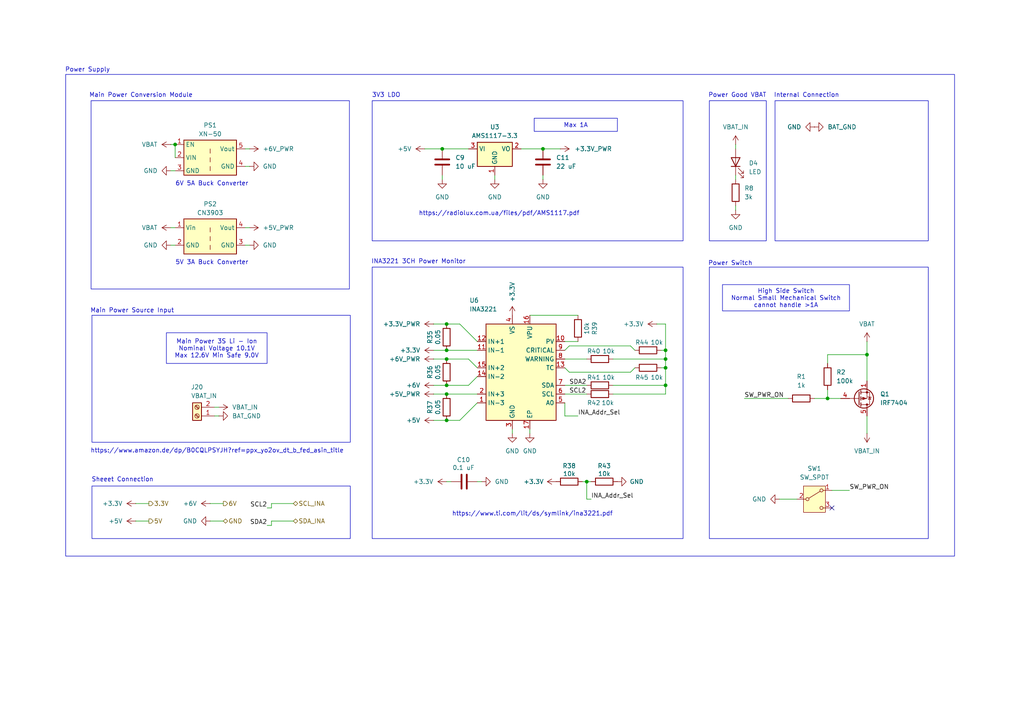
<source format=kicad_sch>
(kicad_sch (version 20250114) (generator "eeschema") (generator_version "9.0")
  (paper "A4")
  (lib_symbols
    (symbol "Connector:Screw_Terminal_01x02" (pin_names (offset 1.016) (hide yes))
      (property "Reference" "J" (at 0 2.54 0))
      (property "Value" "Screw_Terminal_01x02" (at 0 -5.08 0))
      (symbol "Screw_Terminal_01x02_1_1"
        (rectangle (start -1.27 1.27) (end 1.27 -3.81) (stroke (width 0.254)) (fill (type background)))
        (polyline (pts (xy -0.5334 0.3302) (xy 0.3302 -0.508)) (stroke (width 0.1524)))
        (polyline (pts (xy -0.5334 -2.2098) (xy 0.3302 -3.048)) (stroke (width 0.1524)))
        (polyline (pts (xy -0.3556 0.508) (xy 0.508 -0.3302)) (stroke (width 0.1524)))
        (polyline (pts (xy -0.3556 -2.032) (xy 0.508 -2.8702)) (stroke (width 0.1524)))
        (circle (center 0 0) (radius 0.635) (stroke (width 0.1524)))
        (circle (center 0 -2.54) (radius 0.635) (stroke (width 0.1524)))
        (pin passive line (at -5.08 0 0) (length 3.81) (name "Pin_1") (number "1"))
        (pin passive line (at -5.08 -2.54 0) (length 3.81) (name "Pin_2") (number "2"))
      )
    )
    (symbol "Custom_Modules:DCDC_Buck_Module"
      (property "Reference" "PS" (at 1.016 1.016 0))
      (symbol "DCDC_Buck_Module_0_1"
        (rectangle (start 0 0) (end 15.24 -10.16) (stroke (width 0.254)) (fill (type background)))
        (polyline (pts (xy 7.62 -2.54) (xy 7.62 -3.81)))
        (polyline (pts (xy 7.62 -5.08) (xy 7.62 -6.35)))
        (polyline (pts (xy 7.62 -7.62) (xy 7.62 -8.89)))
      )
      (symbol "DCDC_Buck_Module_1_0"
        (pin power_in line (at -2.54 -2.54 0) (length 2.54) (name "Vin") (number "1"))
        (pin power_in line (at -2.54 -7.62 0) (length 2.54) (name "GND") (number "2"))
        (pin power_out line (at 17.78 -2.54 180) (length 2.54) (name "Vout") (number "4"))
        (pin power_out line (at 17.78 -7.62 180) (length 2.54) (name "GND") (number "3"))
      )
    )
    (symbol "Custom_Modules:DCDC_Buck_Module_EN"
      (property "Reference" "PS" (at 1.016 1.016 0))
      (symbol "DCDC_Buck_Module_EN_0_1"
        (rectangle (start 0 0) (end 15.24 -10.16) (stroke (width 0.254)) (fill (type background)))
        (polyline (pts (xy 7.62 -2.54) (xy 7.62 -3.81)))
        (polyline (pts (xy 7.62 -5.08) (xy 7.62 -6.35)))
        (polyline (pts (xy 7.62 -7.62) (xy 7.62 -8.89)))
      )
      (symbol "DCDC_Buck_Module_EN_1_0"
        (pin power_in line (at -2.54 -1.27 0) (length 2.54) (name "EN") (number "1"))
        (pin power_in line (at -2.54 -5.08 0) (length 2.54) (name "VIN") (number "2"))
        (pin power_in line (at -2.54 -8.89 0) (length 2.54) (name "GND") (number "3"))
        (pin power_out line (at 17.78 -2.54 180) (length 2.54) (name "Vout") (number "5"))
        (pin power_out line (at 17.78 -7.62 180) (length 2.54) (name "GND") (number "4"))
      )
    )
    (symbol "Device:C" (pin_numbers (hide yes)) (pin_names (offset 0.254))
      (property "Reference" "C" (at 0.635 2.54 0))
      (property "Value" "C" (at 0.635 -2.54 0))
      (symbol "C_0_1"
        (polyline (pts (xy -2.032 0.762) (xy 2.032 0.762)) (stroke (width 0.508)))
        (polyline (pts (xy -2.032 -0.762) (xy 2.032 -0.762)) (stroke (width 0.508)))
      )
      (symbol "C_1_1"
        (pin passive line (at 0 3.81 270) (length 2.794) (name "~") (number "1"))
        (pin passive line (at 0 -3.81 90) (length 2.794) (name "~") (number "2"))
      )
    )
    (symbol "Device:LED" (pin_numbers (hide yes)) (pin_names (offset 1.016) (hide yes))
      (property "Reference" "D" (at 0 2.54 0))
      (property "Value" "LED" (at 0 -2.54 0))
      (symbol "LED_0_1"
        (polyline (pts (xy -3.048 -0.762) (xy -4.572 -2.286) (xy -3.81 -2.286) (xy -4.572 -2.286) (xy -4.572 -1.524)))
        (polyline (pts (xy -1.778 -0.762) (xy -3.302 -2.286) (xy -2.54 -2.286) (xy -3.302 -2.286) (xy -3.302 -1.524)))
        (polyline (pts (xy -1.27 0) (xy 1.27 0)))
        (polyline (pts (xy -1.27 -1.27) (xy -1.27 1.27)) (stroke (width 0.254)))
        (polyline (pts (xy 1.27 -1.27) (xy 1.27 1.27) (xy -1.27 0) (xy 1.27 -1.27)) (stroke (width 0.254)))
      )
      (symbol "LED_1_1"
        (pin passive line (at -3.81 0 0) (length 2.54) (name "K") (number "1"))
        (pin passive line (at 3.81 0 180) (length 2.54) (name "A") (number "2"))
      )
    )
    (symbol "Device:R" (pin_numbers (hide yes)) (pin_names (offset 0))
      (property "Reference" "R" (at 2.032 0 90))
      (property "Value" "R" (at 0 0 90))
      (symbol "R_0_1"
        (rectangle (start -1.016 -2.54) (end 1.016 2.54) (stroke (width 0.254)))
      )
      (symbol "R_1_1"
        (pin passive line (at 0 3.81 270) (length 1.27) (name "~") (number "1"))
        (pin passive line (at 0 -3.81 90) (length 1.27) (name "~") (number "2"))
      )
    )
    (symbol "Power_Management:INA3221"
      (property "Reference" "U" (at -10.16 17.78 0))
      (property "Value" "INA3221" (at 5.08 17.78 0))
      (symbol "INA3221_0_1"
        (rectangle (start 10.16 -12.7) (end -10.16 15.24) (stroke (width 0.254)) (fill (type background)))
      )
      (symbol "INA3221_1_1"
        (pin input line (at -12.7 10.16 0) (length 2.54) (name "IN+1") (number "12"))
        (pin input line (at -12.7 7.62 0) (length 2.54) (name "IN-1") (number "11"))
        (pin input line (at -12.7 2.54 0) (length 2.54) (name "IN+2") (number "15"))
        (pin input line (at -12.7 0 0) (length 2.54) (name "IN-2") (number "14"))
        (pin input line (at -12.7 -5.08 0) (length 2.54) (name "IN+3") (number "2"))
        (pin input line (at -12.7 -7.62 0) (length 2.54) (name "IN-3") (number "1"))
        (pin power_in line (at -2.54 17.78 270) (length 2.54) (name "VS") (number "4"))
        (pin power_in line (at -2.54 -15.24 90) (length 2.54) (name "GND") (number "3"))
        (pin power_in line (at 2.54 17.78 270) (length 2.54) (name "VPU") (number "16"))
        (pin passive line (at 2.54 -15.24 90) (length 2.54) (name "EP") (number "17"))
        (pin open_collector line (at 12.7 10.16 180) (length 2.54) (name "PV") (number "10"))
        (pin open_collector line (at 12.7 7.62 180) (length 2.54) (name "CRITICAL") (number "9"))
        (pin open_collector line (at 12.7 5.08 180) (length 2.54) (name "WARNING") (number "8"))
        (pin open_collector line (at 12.7 2.54 180) (length 2.54) (name "TC") (number "13"))
        (pin bidirectional line (at 12.7 -2.54 180) (length 2.54) (name "SDA") (number "7"))
        (pin input line (at 12.7 -5.08 180) (length 2.54) (name "SCL") (number "6"))
        (pin input line (at 12.7 -7.62 180) (length 2.54) (name "A0") (number "5"))
      )
    )
    (symbol "Regulator_Linear:AMS1117-3.3"
      (property "Reference" "U" (at -3.81 3.175 0))
      (property "Value" "AMS1117-3.3" (at 0 3.175 0))
      (symbol "AMS1117-3.3_0_1"
        (rectangle (start -5.08 -5.08) (end 5.08 1.905) (stroke (width 0.254)) (fill (type background)))
      )
      (symbol "AMS1117-3.3_1_1"
        (pin power_in line (at -7.62 0 0) (length 2.54) (name "VI") (number "3"))
        (pin power_in line (at 0 -7.62 90) (length 2.54) (name "GND") (number "1"))
        (pin power_out line (at 7.62 0 180) (length 2.54) (name "VO") (number "2"))
      )
    )
    (symbol "Switch:SW_SPDT" (pin_names (offset 0) (hide yes))
      (property "Reference" "SW" (at 0 5.08 0))
      (property "Value" "SW_SPDT" (at 0 -5.08 0))
      (symbol "SW_SPDT_0_1"
        (circle (center -2.032 0) (radius 0.4572))
        (polyline (pts (xy -1.651 0.254) (xy 1.651 2.286)))
        (circle (center 2.032 2.54) (radius 0.4572))
        (circle (center 2.032 -2.54) (radius 0.4572))
      )
      (symbol "SW_SPDT_1_1"
        (rectangle (start -3.175 3.81) (end 3.175 -3.81) (fill (type background)))
        (pin passive line (at -5.08 0 0) (length 2.54) (name "B") (number "2"))
        (pin passive line (at 5.08 2.54 180) (length 2.54) (name "A") (number "1"))
        (pin passive line (at 5.08 -2.54 180) (length 2.54) (name "C") (number "3"))
      )
    )
    (symbol "Transistor_FET:IRF7404" (pin_names (hide yes))
      (property "Reference" "Q" (at 5.08 1.905 0))
      (property "Value" "IRF7404" (at 5.08 0 0))
      (symbol "IRF7404_0_1"
        (polyline (pts (xy 0.254 1.905) (xy 0.254 -1.905)) (stroke (width 0.254)))
        (polyline (pts (xy 0.254 0) (xy -2.54 0)))
        (polyline (pts (xy 0.762 2.286) (xy 0.762 1.27)) (stroke (width 0.254)))
        (polyline (pts (xy 0.762 1.778) (xy 3.302 1.778) (xy 3.302 -1.778) (xy 0.762 -1.778)))
        (polyline (pts (xy 0.762 0.508) (xy 0.762 -0.508)) (stroke (width 0.254)))
        (polyline (pts (xy 0.762 -1.27) (xy 0.762 -2.286)) (stroke (width 0.254)))
        (circle (center 1.651 0) (radius 2.794) (stroke (width 0.254)))
        (polyline (pts (xy 2.286 0) (xy 1.27 0.381) (xy 1.27 -0.381) (xy 2.286 0)) (fill (type outline)))
        (polyline (pts (xy 2.54 2.54) (xy 2.54 1.778)))
        (circle (center 2.54 1.778) (radius 0.254) (fill (type outline)))
        (circle (center 2.54 -1.778) (radius 0.254) (fill (type outline)))
        (polyline (pts (xy 2.54 -2.54) (xy 2.54 0) (xy 0.762 0)))
        (polyline (pts (xy 2.794 -0.508) (xy 2.921 -0.381) (xy 3.683 -0.381) (xy 3.81 -0.254)))
        (polyline (pts (xy 3.302 -0.381) (xy 2.921 0.254) (xy 3.683 0.254) (xy 3.302 -0.381)))
      )
      (symbol "IRF7404_1_1"
        (pin passive line (at -5.08 0 0) (length 2.54) (name "G") (number "4"))
        (pin passive line (at 2.54 5.08 270) (length 2.54) (name "D") (number "5"))
        (pin passive line (at 2.54 5.08 270) (length 2.54) (hide yes) (name "D") (number "6"))
        (pin passive line (at 2.54 5.08 270) (length 2.54) (hide yes) (name "D") (number "7"))
        (pin passive line (at 2.54 5.08 270) (length 2.54) (hide yes) (name "D") (number "8"))
        (pin passive line (at 2.54 -5.08 90) (length 2.54) (name "S") (number "1"))
        (pin passive line (at 2.54 -5.08 90) (length 2.54) (hide yes) (name "S") (number "2"))
        (pin passive line (at 2.54 -5.08 90) (length 2.54) (hide yes) (name "S") (number "3"))
      )
    )
    (symbol "power:+3.3V" (power) (pin_numbers (hide yes)) (pin_names (offset 0) (hide yes))
      (property "Value" "+3.3V" (at 0 3.556 0))
      (symbol "+3.3V_0_1"
        (polyline (pts (xy -0.762 1.27) (xy 0 2.54)))
        (polyline (pts (xy 0 2.54) (xy 0.762 1.27)))
        (polyline (pts (xy 0 0) (xy 0 2.54)))
      )
      (symbol "+3.3V_1_1"
        (pin power_in line (at 0 0 90) (length 0) (name "~") (number "1"))
      )
    )
    (symbol "power:+5V" (power) (pin_numbers (hide yes)) (pin_names (offset 0) (hide yes))
      (property "Value" "+5V" (at 0 3.556 0))
      (symbol "+5V_0_1"
        (polyline (pts (xy -0.762 1.27) (xy 0 2.54)))
        (polyline (pts (xy 0 2.54) (xy 0.762 1.27)))
        (polyline (pts (xy 0 0) (xy 0 2.54)))
      )
      (symbol "+5V_1_1"
        (pin power_in line (at 0 0 90) (length 0) (name "~") (number "1"))
      )
    )
    (symbol "power:+6V" (power) (pin_numbers (hide yes)) (pin_names (offset 0) (hide yes))
      (property "Value" "+6V" (at 0 3.556 0))
      (symbol "+6V_0_1"
        (polyline (pts (xy -0.762 1.27) (xy 0 2.54)))
        (polyline (pts (xy 0 2.54) (xy 0.762 1.27)))
        (polyline (pts (xy 0 0) (xy 0 2.54)))
      )
      (symbol "+6V_1_1"
        (pin power_in line (at 0 0 90) (length 0) (name "~") (number "1"))
      )
    )
    (symbol "power:GND" (power) (pin_numbers (hide yes)) (pin_names (offset 0) (hide yes))
      (property "Value" "GND" (at 0 -3.81 0))
      (symbol "GND_0_1"
        (polyline (pts (xy 0 0) (xy 0 -1.27) (xy 1.27 -1.27) (xy 0 -2.54) (xy -1.27 -1.27) (xy 0 -1.27)))
      )
      (symbol "GND_1_1"
        (pin power_in line (at 0 0 270) (length 0) (name "~") (number "1"))
      )
    )
  )
  (rectangle (start 26.416 29.21) (end 101.346 83.82))
  (rectangle (start 205.74 77.47) (end 269.24 156.21))
  (rectangle (start 107.95 77.47) (end 198.12 156.21))
  (rectangle (start 26.67 140.97) (end 101.6 156.21))
  (rectangle (start 19.05 21.59) (end 276.86 161.29))
  (rectangle (start 224.79 29.21) (end 269.24 69.85))
  (rectangle (start 205.74 29.21) (end 222.25 69.85))
  (rectangle (start 26.67 91.44) (end 101.6 128.27))
  (rectangle (start 107.95 29.21) (end 198.12 69.85))
  (text "3V3 LDO" (at 112.014 27.686 0) (effects (font (size 1.27 1.27))))
  (text "Main Power Source Input" (at 38.354 90.17 0) (effects (font (size 1.27 1.27))))
  (text "INA3221 3CH Power Monitor" (at 121.412 75.946 0) (effects (font (size 1.27 1.27))))
  (text "https://www.ti.com/lit/ds/symlink/ina3221.pdf" (at 154.432 149.098 0) (effects (font (size 1.27 1.27))))
  (text "5V 3A Buck Converter" (at 61.468 76.2 0) (effects (font (size 1.27 1.27))))
  (text "Internal Connection" (at 233.934 27.686 0) (effects (font (size 1.27 1.27))))
  (text "6V 5A Buck Converter" (at 61.468 53.34 0) (effects (font (size 1.27 1.27))))
  (text "Power Switch\n" (at 211.836 76.454 0) (effects (font (size 1.27 1.27))))
  (text "https://radiolux.com.ua/files/pdf/AMS1117.pdf" (at 144.78 61.976 0) (effects (font (size 1.27 1.27))))
  (text "Power Good VBAT\n" (at 213.868 27.686 0) (effects (font (size 1.27 1.27))))
  (text "Power Supply" (at 25.4 20.32 0) (effects (font (size 1.27 1.27))))
  (text "Sheeet Connection" (at 35.56 139.192 0) (effects (font (size 1.27 1.27))))
  (text "https://www.amazon.de/dp/B0CQLPSYJH?ref=ppx_yo2ov_dt_b_fed_asin_title" (at 62.992 130.81 0) (effects (font (size 1.27 1.27))))
  (text "Main Power Conversion Module" (at 40.894 27.686 0) (effects (font (size 1.27 1.27))))
  (text_box "Main Power 3S Li - Ion\nNominal Voltage 10.1V\nMax 12.6V Min Safe 9.0V" (at 48.26 96.52 0) (size 29.21 8.89) (margins 0.9525 0.9525 0.9525 0.9525) (fill (type color)) (effects (font (size 1.27 1.27))))
  (text_box "Max 1A" (at 154.94 34.29 0) (size 24.13 3.81) (margins 0.9525 0.9525 0.9525 0.9525) (fill (type color)) (effects (font (size 1.27 1.27))))
  (text_box "High Side Switch\nNormal Small Mechanical Switch cannot handle >1A" (at 209.55 82.55 0) (size 36.83 7.62) (margins 0.9525 0.9525 0.9525 0.9525) (fill (type color)) (effects (font (size 1.27 1.27))))
  (junction (at 128.27 43.18))
  (junction (at 240.03 115.57))
  (junction (at 170.18 139.7))
  (junction (at 193.04 104.14))
  (junction (at 251.46 102.87))
  (junction (at 157.48 43.18))
  (junction (at 129.54 104.14))
  (junction (at 193.04 101.6))
  (junction (at 193.04 111.76))
  (junction (at 129.54 121.92))
  (junction (at 129.54 101.6))
  (junction (at 50.8 41.91))
  (junction (at 193.04 106.68))
  (junction (at 129.54 93.98))
  (junction (at 129.54 114.3))
  (junction (at 129.54 111.76))
  (no_connect (at 241.3 147.32))
  (wire (pts (xy 78.74 151.13) (xy 78.74 152.4)))
  (wire (pts (xy 157.48 43.18) (xy 162.56 43.18)))
  (wire (pts (xy 193.04 104.14) (xy 193.04 106.68)))
  (wire (pts (xy 240.03 102.87) (xy 251.46 102.87)))
  (wire (pts (xy 165.1 107.95) (xy 182.88 107.95)))
  (wire (pts (xy 170.18 114.3) (xy 163.83 114.3)))
  (wire (pts (xy 135.89 104.14) (xy 138.43 106.68)))
  (wire (pts (xy 72.39 71.12) (xy 71.12 71.12)))
  (wire (pts (xy 125.73 104.14) (xy 129.54 104.14)))
  (wire (pts (xy 177.8 104.14) (xy 193.04 104.14)))
  (wire (pts (xy 129.54 114.3) (xy 138.43 114.3)))
  (wire (pts (xy 128.27 52.07) (xy 128.27 50.8)))
  (wire (pts (xy 240.03 113.03) (xy 240.03 115.57)))
  (wire (pts (xy 193.04 93.98) (xy 193.04 101.6)))
  (wire (pts (xy 182.88 100.33) (xy 184.15 101.6)))
  (wire (pts (xy 157.48 52.07) (xy 157.48 50.8)))
  (wire (pts (xy 191.77 106.68) (xy 193.04 106.68)))
  (wire (pts (xy 128.27 43.18) (xy 135.89 43.18)))
  (wire (pts (xy 191.77 101.6) (xy 193.04 101.6)))
  (wire (pts (xy 64.77 151.13) (xy 60.96 151.13)))
  (wire (pts (xy 171.45 144.78) (xy 170.18 144.78)))
  (wire (pts (xy 125.73 114.3) (xy 129.54 114.3)))
  (wire (pts (xy 213.36 60.96) (xy 213.36 59.69)))
  (wire (pts (xy 177.8 111.76) (xy 193.04 111.76)))
  (wire (pts (xy 133.35 93.98) (xy 138.43 99.06)))
  (wire (pts (xy 72.39 66.04) (xy 71.12 66.04)))
  (wire (pts (xy 193.04 101.6) (xy 193.04 104.14)))
  (wire (pts (xy 139.7 139.7) (xy 138.43 139.7)))
  (wire (pts (xy 163.83 101.6) (xy 165.1 100.33)))
  (wire (pts (xy 49.53 66.04) (xy 50.8 66.04)))
  (wire (pts (xy 153.67 125.73) (xy 153.67 124.46)))
  (wire (pts (xy 129.54 104.14) (xy 135.89 104.14)))
  (wire (pts (xy 151.13 43.18) (xy 157.48 43.18)))
  (wire (pts (xy 49.53 41.91) (xy 50.8 41.91)))
  (wire (pts (xy 125.73 93.98) (xy 129.54 93.98)))
  (wire (pts (xy 213.36 52.07) (xy 213.36 50.8)))
  (wire (pts (xy 43.18 151.13) (xy 39.37 151.13)))
  (wire (pts (xy 251.46 125.73) (xy 251.46 120.65)))
  (wire (pts (xy 123.19 43.18) (xy 128.27 43.18)))
  (wire (pts (xy 129.54 111.76) (xy 135.89 111.76)))
  (wire (pts (xy 133.35 121.92) (xy 138.43 116.84)))
  (wire (pts (xy 129.54 101.6) (xy 138.43 101.6)))
  (wire (pts (xy 78.74 147.32) (xy 77.47 147.32)))
  (wire (pts (xy 129.54 93.98) (xy 133.35 93.98)))
  (wire (pts (xy 49.53 71.12) (xy 50.8 71.12)))
  (wire (pts (xy 148.59 125.73) (xy 148.59 124.46)))
  (wire (pts (xy 170.18 139.7) (xy 171.45 139.7)))
  (wire (pts (xy 72.39 43.18) (xy 71.12 43.18)))
  (wire (pts (xy 129.54 121.92) (xy 133.35 121.92)))
  (wire (pts (xy 240.03 115.57) (xy 243.84 115.57)))
  (wire (pts (xy 50.8 41.91) (xy 50.8 45.72)))
  (wire (pts (xy 170.18 144.78) (xy 170.18 139.7)))
  (wire (pts (xy 168.91 139.7) (xy 170.18 139.7)))
  (wire (pts (xy 64.77 146.05) (xy 60.96 146.05)))
  (wire (pts (xy 125.73 111.76) (xy 129.54 111.76)))
  (wire (pts (xy 85.09 151.13) (xy 78.74 151.13)))
  (wire (pts (xy 135.89 111.76) (xy 138.43 109.22)))
  (wire (pts (xy 240.03 102.87) (xy 240.03 105.41)))
  (wire (pts (xy 170.18 104.14) (xy 163.83 104.14)))
  (wire (pts (xy 182.88 107.95) (xy 184.15 106.68)))
  (wire (pts (xy 78.74 152.4) (xy 77.47 152.4)))
  (wire (pts (xy 193.04 106.68) (xy 193.04 111.76)))
  (wire (pts (xy 129.54 139.7) (xy 130.81 139.7)))
  (wire (pts (xy 190.5 93.98) (xy 193.04 93.98)))
  (wire (pts (xy 251.46 99.06) (xy 251.46 102.87)))
  (wire (pts (xy 125.73 121.92) (xy 129.54 121.92)))
  (wire (pts (xy 49.53 49.53) (xy 50.8 49.53)))
  (wire (pts (xy 153.67 91.44) (xy 167.64 91.44)))
  (wire (pts (xy 143.51 52.07) (xy 143.51 50.8)))
  (wire (pts (xy 63.5 118.11) (xy 62.23 118.11)))
  (wire (pts (xy 251.46 102.87) (xy 251.46 110.49)))
  (wire (pts (xy 236.22 115.57) (xy 240.03 115.57)))
  (wire (pts (xy 85.09 146.05) (xy 78.74 146.05)))
  (wire (pts (xy 193.04 111.76) (xy 193.04 114.3)))
  (wire (pts (xy 163.83 120.65) (xy 163.83 116.84)))
  (wire (pts (xy 167.64 120.65) (xy 163.83 120.65)))
  (wire (pts (xy 215.9 115.57) (xy 228.6 115.57)))
  (wire (pts (xy 78.74 146.05) (xy 78.74 147.32)))
  (wire (pts (xy 246.38 142.24) (xy 241.3 142.24)))
  (wire (pts (xy 226.06 144.78) (xy 231.14 144.78)))
  (wire (pts (xy 72.39 48.26) (xy 71.12 48.26)))
  (wire (pts (xy 125.73 101.6) (xy 129.54 101.6)))
  (wire (pts (xy 63.5 120.65) (xy 62.23 120.65)))
  (wire (pts (xy 170.18 111.76) (xy 163.83 111.76)))
  (wire (pts (xy 165.1 100.33) (xy 182.88 100.33)))
  (wire (pts (xy 213.36 41.91) (xy 213.36 43.18)))
  (wire (pts (xy 43.18 146.05) (xy 39.37 146.05)))
  (wire (pts (xy 163.83 99.06) (xy 167.64 99.06)))
  (wire (pts (xy 177.8 114.3) (xy 193.04 114.3)))
  (wire (pts (xy 163.83 106.68) (xy 165.1 107.95)))
  (label "INA_Addr_Sel" (at 171.45 144.78 0))
  (label "SW_PWR_ON" (at 246.38 142.24 0))
  (label "SCL2" (at 77.47 147.32 180))
  (label "SDA2" (at 165.1 111.76 0))
  (label "SW_PWR_ON" (at 215.9 115.57 0))
  (label "SCL2" (at 165.1 114.3 0))
  (label "SDA2" (at 77.47 152.4 180))
  (label "INA_Addr_Sel" (at 167.64 120.65 0))
  (hierarchical_label "SDA_INA" (shape bidirectional) (at 85.09 151.13 0))
  (hierarchical_label "5V" (shape output) (at 43.18 151.13 0))
  (hierarchical_label "SCL_INA" (shape bidirectional) (at 85.09 146.05 0))
  (hierarchical_label "GND" (shape bidirectional) (at 64.77 151.13 0))
  (hierarchical_label "6V" (shape output) (at 64.77 146.05 0))
  (hierarchical_label "3.3V" (shape output) (at 43.18 146.05 0))
  (symbol (lib_id "power:GND") (at 236.22 36.83 90) (unit 1)
    (property "Reference" "#PWR09" (effects (hide yes)))
    (property "Value" "BAT_GND" (at 240.03 36.8299 90) (effects (justify right)))
    (property "Description" "Power symbol creates a global label with name \"GND\" , ground" (effects (hide yes)))
  )
  (symbol (lib_id "power:GND") (at 179.07 139.7 90) (unit 1)
    (property "Reference" "#PWR0125" (effects (hide yes)))
    (property "Value" "GND" (at 184.658 139.7 90))
    (property "Description" "Power symbol creates a global label with name \"GND\" , ground" (effects (hide yes)))
  )
  (symbol (lib_id "power:GND") (at 157.48 52.07 0) (unit 1)
    (property "Reference" "#PWR0122" (effects (hide yes)))
    (property "Value" "GND" (at 157.48 57.15 0))
    (property "Description" "Power symbol creates a global label with name \"GND\" , ground" (effects (hide yes)))
  )
  (symbol (lib_id "Custom_Modules:DCDC_Buck_Module") (at 53.34 63.5 0) (unit 1)
    (property "Reference" "PS2" (at 60.96 59.182 0))
    (property "Value" "CN3903" (at 60.96 61.722 0))
    (property "Footprint" "Custom_Modules:CN3903 3A DCDC" (effects (hide yes)))
  )
  (symbol (lib_id "Device:R") (at 187.96 101.6 90) (unit 1)
    (property "Reference" "R44" (at 186.182 99.314 90))
    (property "Value" "10k" (at 190.5 99.314 90))
    (property "Footprint" "Resistor_SMD:R_0805_2012Metric" (effects (hide yes)))
    (property "Description" "Resistor" (effects (hide yes)))
  )
  (symbol (lib_id "power:+3.3V") (at 125.73 93.98 90) (unit 1)
    (property "Reference" "#PWR0106" (effects (hide yes)))
    (property "Value" "+3.3V_PWR" (at 121.92 93.98 90) (effects (justify left)))
    (property "Description" "Power symbol creates a global label with name \"+3.3V\"" (effects (hide yes)))
  )
  (symbol (lib_id "power:GND") (at 72.39 48.26 90) (unit 1)
    (property "Reference" "#PWR098" (effects (hide yes)))
    (property "Value" "GND" (at 76.2 48.2599 90) (effects (justify right)))
    (property "Description" "Power symbol creates a global label with name \"GND\" , ground" (effects (hide yes)))
  )
  (symbol (lib_id "Device:R") (at 129.54 118.11 180) (unit 1)
    (property "Reference" "R37" (at 124.714 118.11 90))
    (property "Value" "0.05" (at 127 118.11 90))
    (property "Footprint" "Resistor_SMD:R_1206_3216Metric" (effects (hide yes)))
    (property "Description" "Resistor" (effects (hide yes)))
  )
  (symbol (lib_id "Device:R") (at 240.03 109.22 180) (unit 1)
    (property "Reference" "R2" (at 242.57 107.9499 0) (effects (justify right)))
    (property "Value" "100k" (at 242.57 110.4899 0) (effects (justify right)))
    (property "Footprint" "Resistor_SMD:R_0805_2012Metric" (effects (hide yes)))
    (property "Description" "Resistor" (effects (hide yes)))
  )
  (symbol (lib_id "Device:R") (at 165.1 139.7 90) (unit 1)
    (property "Reference" "R38" (at 165.1 135.128 90))
    (property "Value" "10k" (at 165.1 137.414 90))
    (property "Footprint" "Resistor_SMD:R_0805_2012Metric" (effects (hide yes)))
    (property "Description" "Resistor" (effects (hide yes)))
  )
  (symbol (lib_id "Device:R") (at 173.99 104.14 90) (unit 1)
    (property "Reference" "R40" (at 172.212 101.854 90))
    (property "Value" "10k" (at 176.53 101.854 90))
    (property "Footprint" "Resistor_SMD:R_0805_2012Metric" (effects (hide yes)))
    (property "Description" "Resistor" (effects (hide yes)))
  )
  (symbol (lib_id "power:+6V") (at 251.46 125.73 180) (unit 1)
    (property "Reference" "#PWR08" (effects (hide yes)))
    (property "Value" "VBAT_IN" (at 251.46 130.81 0))
    (property "Description" "Power symbol creates a global label with name \"+6V\"" (effects (hide yes)))
  )
  (symbol (lib_id "power:GND") (at 226.06 144.78 270) (unit 1)
    (property "Reference" "#PWR03" (effects (hide yes)))
    (property "Value" "GND" (at 222.25 144.7799 90) (effects (justify right)))
    (property "Description" "Power symbol creates a global label with name \"GND\" , ground" (effects (hide yes)))
  )
  (symbol (lib_id "power:+6V") (at 63.5 118.11 270) (unit 1)
    (property "Reference" "#PWR056" (effects (hide yes)))
    (property "Value" "VBAT_IN" (at 67.31 118.1099 90) (effects (justify left)))
    (property "Description" "Power symbol creates a global label with name \"+6V\"" (effects (hide yes)))
  )
  (symbol (lib_id "Device:R") (at 232.41 115.57 90) (unit 1)
    (property "Reference" "R1" (at 232.41 109.22 90))
    (property "Value" "1k" (at 232.41 111.76 90))
    (property "Footprint" "Resistor_SMD:R_0805_2012Metric" (effects (hide yes)))
    (property "Description" "Resistor" (effects (hide yes)))
  )
  (symbol (lib_id "power:+6V") (at 60.96 146.05 90) (unit 1)
    (property "Reference" "#PWR0136" (effects (hide yes)))
    (property "Value" "+6V" (at 57.15 146.0499 90) (effects (justify left)))
    (property "Description" "Power symbol creates a global label with name \"+6V\"" (effects (hide yes)))
  )
  (symbol (lib_id "power:+3.3V") (at 161.29 139.7 90) (unit 1)
    (property "Reference" "#PWR0123" (effects (hide yes)))
    (property "Value" "+3.3V" (at 157.734 139.7 90) (effects (justify left)))
    (property "Description" "Power symbol creates a global label with name \"+3.3V\"" (effects (hide yes)))
  )
  (symbol (lib_id "power:+6V") (at 72.39 43.18 270) (unit 1)
    (property "Reference" "#PWR069" (effects (hide yes)))
    (property "Value" "+6V_PWR" (at 76.2 43.1799 90) (effects (justify left)))
    (property "Description" "Power symbol creates a global label with name \"+6V\"" (effects (hide yes)))
  )
  (symbol (lib_id "power:+6V") (at 251.46 99.06 0) (unit 1)
    (property "Reference" "#PWR02" (effects (hide yes)))
    (property "Value" "VBAT" (at 251.46 93.98 0))
    (property "Description" "Power symbol creates a global label with name \"+6V\"" (effects (hide yes)))
  )
  (symbol (lib_id "power:+3.3V") (at 125.73 101.6 90) (unit 1)
    (property "Reference" "#PWR0107" (effects (hide yes)))
    (property "Value" "+3.3V" (at 121.92 101.6 90) (effects (justify left)))
    (property "Description" "Power symbol creates a global label with name \"+3.3V\"" (effects (hide yes)))
  )
  (symbol (lib_id "power:GND") (at 139.7 139.7 90) (unit 1)
    (property "Reference" "#PWR0117" (effects (hide yes)))
    (property "Value" "GND" (at 145.542 139.7 90))
    (property "Description" "Power symbol creates a global label with name \"GND\" , ground" (effects (hide yes)))
  )
  (symbol (lib_id "Device:LED") (at 213.36 46.99 90) (unit 1)
    (property "Reference" "D4" (at 217.17 47.3074 90) (effects (justify right)))
    (property "Value" "LED" (at 217.17 49.8474 90) (effects (justify right)))
    (property "Footprint" "LED_SMD:LED_0805_2012Metric_Pad1.15x1.40mm_HandSolder" (effects (hide yes)))
    (property "Description" "Light emitting diode" (effects (hide yes)))
  )
  (symbol (lib_id "power:GND") (at 236.22 36.83 270) (unit 1)
    (property "Reference" "#PWR07" (effects (hide yes)))
    (property "Value" "GND" (at 232.41 36.8299 90) (effects (justify right)))
    (property "Description" "Power symbol creates a global label with name \"GND\" , ground" (effects (hide yes)))
  )
  (symbol (lib_id "power:GND") (at 63.5 120.65 90) (unit 1)
    (property "Reference" "#PWR064" (effects (hide yes)))
    (property "Value" "BAT_GND" (at 67.31 120.6499 90) (effects (justify right)))
    (property "Description" "Power symbol creates a global label with name \"GND\" , ground" (effects (hide yes)))
  )
  (symbol (lib_id "Device:R") (at 173.99 111.76 90) (unit 1)
    (property "Reference" "R41" (at 172.212 109.474 90))
    (property "Value" "10k" (at 176.53 109.474 90))
    (property "Footprint" "Resistor_SMD:R_0805_2012Metric" (effects (hide yes)))
    (property "Description" "Resistor" (effects (hide yes)))
  )
  (symbol (lib_id "power:GND") (at 148.59 125.73 0) (unit 1)
    (property "Reference" "#PWR0120" (effects (hide yes)))
    (property "Value" "GND" (at 148.59 130.81 0))
    (property "Description" "Power symbol creates a global label with name \"GND\" , ground" (effects (hide yes)))
  )
  (symbol (lib_id "power:+3.3V") (at 162.56 43.18 270) (unit 1)
    (property "Reference" "#PWR0124" (effects (hide yes)))
    (property "Value" "+3.3V_PWR" (at 166.624 43.18 90) (effects (justify left)))
    (property "Description" "Power symbol creates a global label with name \"+3.3V\"" (effects (hide yes)))
  )
  (symbol (lib_id "Device:R") (at 187.96 106.68 90) (unit 1)
    (property "Reference" "R45" (at 186.182 109.474 90))
    (property "Value" "10k" (at 190.5 109.474 90))
    (property "Footprint" "Resistor_SMD:R_0805_2012Metric" (effects (hide yes)))
    (property "Description" "Resistor" (effects (hide yes)))
  )
  (symbol (lib_id "Device:C") (at 128.27 46.99 0) (unit 1)
    (property "Reference" "C9" (at 132.08 45.7199 0) (effects (justify left)))
    (property "Value" "10 uF" (at 132.08 48.2599 0) (effects (justify left)))
    (property "Footprint" "Capacitor_SMD:C_0805_2012Metric" (effects (hide yes)))
    (property "Description" "Unpolarized capacitor" (effects (hide yes)))
  )
  (symbol (lib_id "Device:R") (at 213.36 55.88 0) (unit 1)
    (property "Reference" "R8" (at 215.9 54.6099 0) (effects (justify left)))
    (property "Value" "3k" (at 215.9 57.1499 0) (effects (justify left)))
    (property "Footprint" "Resistor_SMD:R_0805_2012Metric" (effects (hide yes)))
    (property "Description" "Resistor" (effects (hide yes)))
  )
  (symbol (lib_id "power:GND") (at 49.53 71.12 270) (unit 1)
    (property "Reference" "#PWR068" (effects (hide yes)))
    (property "Value" "GND" (at 45.72 71.1199 90) (effects (justify right)))
    (property "Description" "Power symbol creates a global label with name \"GND\" , ground" (effects (hide yes)))
  )
  (symbol (lib_id "power:GND") (at 143.51 52.07 0) (unit 1)
    (property "Reference" "#PWR0118" (effects (hide yes)))
    (property "Value" "GND" (at 143.51 57.15 0))
    (property "Description" "Power symbol creates a global label with name \"GND\" , ground" (effects (hide yes)))
  )
  (symbol (lib_id "power:+3.3V") (at 39.37 146.05 90) (unit 1)
    (property "Reference" "#PWR0138" (effects (hide yes)))
    (property "Value" "+3.3V" (at 35.56 146.05 90) (effects (justify left)))
    (property "Description" "Power symbol creates a global label with name \"+3.3V\"" (effects (hide yes)))
  )
  (symbol (lib_id "power:GND") (at 213.36 60.96 0) (unit 1)
    (property "Reference" "#PWR016" (effects (hide yes)))
    (property "Value" "GND" (at 213.36 66.04 0))
    (property "Description" "Power symbol creates a global label with name \"GND\" , ground" (effects (hide yes)))
  )
  (symbol (lib_id "Regulator_Linear:AMS1117-3.3") (at 143.51 43.18 0) (unit 1)
    (property "Reference" "U3" (at 143.51 36.83 0))
    (property "Value" "AMS1117-3.3" (at 143.51 39.37 0))
    (property "Footprint" "Package_TO_SOT_SMD:SOT-223-3_TabPin2" (effects (hide yes)))
    (property "Datasheet" "http://www.advanced-monolithic.com/pdf/ds1117.pdf" (effects (hide yes)))
    (property "Description" "1A Low Dropout regulator, positive, 3.3V fixed output, SOT-223" (effects (hide yes)))
  )
  (symbol (lib_id "power:+3.3V") (at 148.59 91.44 0) (unit 1)
    (property "Reference" "#PWR0119" (effects (hide yes)))
    (property "Value" "+3.3V" (at 148.59 87.63 90) (effects (justify left)))
    (property "Description" "Power symbol creates a global label with name \"+3.3V\"" (effects (hide yes)))
  )
  (symbol (lib_id "Transistor_FET:IRF7404") (at 248.92 115.57 0) (mirror x) (unit 1)
    (property "Reference" "Q1" (at 255.27 114.2999 0) (effects (justify left)))
    (property "Value" "IRF7404" (at 255.27 116.8399 0) (effects (justify left)))
    (property "Footprint" "Package_SO:SOIC-8_3.9x4.9mm_P1.27mm" (effects (hide yes)))
    (property "Datasheet" "http://www.infineon.com/dgdl/irf7404.pdf?fileId=5546d462533600a4015355fa2b5b1b9e" (effects (hide yes)))
    (property "Description" "-6.7A Id, -20V Vds, P-Channel HEXFET Power MOSFET, SO-8" (effects (hide yes)))
  )
  (symbol (lib_id "power:+5V") (at 39.37 151.13 90) (unit 1)
    (property "Reference" "#PWR0137" (effects (hide yes)))
    (property "Value" "+5V" (at 35.56 151.1299 90) (effects (justify left)))
    (property "Description" "Power symbol creates a global label with name \"+5V\"" (effects (hide yes)))
  )
  (symbol (lib_id "Device:R") (at 175.26 139.7 90) (unit 1)
    (property "Reference" "R43" (at 175.26 135.128 90))
    (property "Value" "10k" (at 175.26 137.414 90))
    (property "Footprint" "Resistor_SMD:R_0805_2012Metric" (effects (hide yes)))
    (property "Description" "Resistor" (effects (hide yes)))
  )
  (symbol (lib_id "Power_Management:INA3221") (at 151.13 109.22 0) (unit 1)
    (property "Reference" "U6" (at 136.144 87.122 0) (effects (justify left)))
    (property "Value" "INA3221" (at 136.144 89.662 0) (effects (justify left)))
    (property "Footprint" "Package_DFN_QFN:Texas_RGV0016A_VQFN-16-1EP_4x4mm_P0.65mm_EP2.1x2.1mm" (effects (hide yes)))
    (property "Datasheet" "http://www.ti.com/lit/ds/symlink/ina3221.pdf" (effects (hide yes)))
    (property "Description" "Triple-Channel High-Side Shunt and Bus Voltage Monitor with I2C and SMBUS Compatible Interface, QFN-16" (effects (hide yes)))
  )
  (symbol (lib_id "Custom_Modules:DCDC_Buck_Module_EN") (at 53.34 40.64 0) (unit 1)
    (property "Reference" "PS1" (at 60.96 36.322 0))
    (property "Value" "XN-50" (at 60.96 38.862 0))
    (property "Footprint" "Custom_Modules:XN-50 5A DCDC" (effects (hide yes)))
  )
  (symbol (lib_id "Device:R") (at 167.64 95.25 0) (unit 1)
    (property "Reference" "R39" (at 172.466 95.25 90))
    (property "Value" "10k" (at 170.18 95.25 90))
    (property "Footprint" "Resistor_SMD:R_0805_2012Metric" (effects (hide yes)))
    (property "Description" "Resistor" (effects (hide yes)))
  )
  (symbol (lib_id "power:GND") (at 49.53 49.53 270) (unit 1)
    (property "Reference" "#PWR066" (effects (hide yes)))
    (property "Value" "GND" (at 45.72 49.5299 90) (effects (justify right)))
    (property "Description" "Power symbol creates a global label with name \"GND\" , ground" (effects (hide yes)))
  )
  (symbol (lib_id "power:+5V") (at 125.73 114.3 90) (unit 1)
    (property "Reference" "#PWR092" (effects (hide yes)))
    (property "Value" "+5V_PWR" (at 121.92 114.2999 90) (effects (justify left)))
    (property "Description" "Power symbol creates a global label with name \"+5V\"" (effects (hide yes)))
  )
  (symbol (lib_id "power:+6V") (at 213.36 41.91 0) (unit 1)
    (property "Reference" "#PWR013" (effects (hide yes)))
    (property "Value" "VBAT_IN" (at 213.36 36.83 0))
    (property "Description" "Power symbol creates a global label with name \"+6V\"" (effects (hide yes)))
  )
  (symbol (lib_id "power:+5V") (at 125.73 121.92 90) (unit 1)
    (property "Reference" "#PWR093" (effects (hide yes)))
    (property "Value" "+5V" (at 121.92 121.9199 90) (effects (justify left)))
    (property "Description" "Power symbol creates a global label with name \"+5V\"" (effects (hide yes)))
  )
  (symbol (lib_id "power:+5V") (at 123.19 43.18 90) (unit 1)
    (property "Reference" "#PWR0105" (effects (hide yes)))
    (property "Value" "+5V" (at 119.38 43.1799 90) (effects (justify left)))
    (property "Description" "Power symbol creates a global label with name \"+5V\"" (effects (hide yes)))
  )
  (symbol (lib_id "Switch:SW_SPDT") (at 236.22 144.78 0) (unit 1)
    (property "Reference" "SW1" (at 236.22 135.89 0))
    (property "Value" "SW_SPDT" (at 236.22 138.43 0))
    (property "Footprint" "Button_Switch_SMD:SW_SPDT_PCM12" (effects (hide yes)))
    (property "Description" "Switch, single pole double throw" (effects (hide yes)))
  )
  (symbol (lib_id "power:GND") (at 128.27 52.07 0) (unit 1)
    (property "Reference" "#PWR0112" (effects (hide yes)))
    (property "Value" "GND" (at 128.27 57.15 0))
    (property "Description" "Power symbol creates a global label with name \"GND\" , ground" (effects (hide yes)))
  )
  (symbol (lib_id "Device:C") (at 157.48 46.99 0) (unit 1)
    (property "Reference" "C11" (at 161.29 45.7199 0) (effects (justify left)))
    (property "Value" "22 uF" (at 161.29 48.2599 0) (effects (justify left)))
    (property "Footprint" "Capacitor_SMD:C_0805_2012Metric" (effects (hide yes)))
    (property "Description" "Unpolarized capacitor" (effects (hide yes)))
  )
  (symbol (lib_id "power:GND") (at 60.96 151.13 270) (unit 1)
    (property "Reference" "#PWR0135" (effects (hide yes)))
    (property "Value" "GND" (at 55.118 151.13 90))
    (property "Description" "Power symbol creates a global label with name \"GND\" , ground" (effects (hide yes)))
  )
  (symbol (lib_id "power:+6V") (at 49.53 41.91 90) (unit 1)
    (property "Reference" "#PWR065" (effects (hide yes)))
    (property "Value" "VBAT" (at 45.72 41.9099 90) (effects (justify left)))
    (property "Description" "Power symbol creates a global label with name \"+6V\"" (effects (hide yes)))
  )
  (symbol (lib_id "power:+6V") (at 125.73 104.14 90) (unit 1)
    (property "Reference" "#PWR094" (effects (hide yes)))
    (property "Value" "+6V_PWR" (at 121.92 104.1399 90) (effects (justify left)))
    (property "Description" "Power symbol creates a global label with name \"+6V\"" (effects (hide yes)))
  )
  (symbol (lib_id "power:+6V") (at 125.73 111.76 90) (unit 1)
    (property "Reference" "#PWR095" (effects (hide yes)))
    (property "Value" "+6V" (at 121.92 111.7599 90) (effects (justify left)))
    (property "Description" "Power symbol creates a global label with name \"+6V\"" (effects (hide yes)))
  )
  (symbol (lib_id "Device:R") (at 173.99 114.3 90) (unit 1)
    (property "Reference" "R42" (at 172.212 116.84 90))
    (property "Value" "10k" (at 176.276 116.84 90))
    (property "Footprint" "Resistor_SMD:R_0805_2012Metric" (effects (hide yes)))
    (property "Description" "Resistor" (effects (hide yes)))
  )
  (symbol (lib_id "power:+5V") (at 72.39 66.04 270) (unit 1)
    (property "Reference" "#PWR099" (effects (hide yes)))
    (property "Value" "+5V_PWR" (at 76.2 66.0399 90) (effects (justify left)))
    (property "Description" "Power symbol creates a global label with name \"+5V\"" (effects (hide yes)))
  )
  (symbol (lib_id "power:GND") (at 153.67 125.73 0) (unit 1)
    (property "Reference" "#PWR0121" (effects (hide yes)))
    (property "Value" "GND" (at 153.67 130.81 0))
    (property "Description" "Power symbol creates a global label with name \"GND\" , ground" (effects (hide yes)))
  )
  (symbol (lib_id "power:+3.3V") (at 190.5 93.98 90) (unit 1)
    (property "Reference" "#PWR0126" (effects (hide yes)))
    (property "Value" "+3.3V" (at 186.69 93.98 90) (effects (justify left)))
    (property "Description" "Power symbol creates a global label with name \"+3.3V\"" (effects (hide yes)))
  )
  (symbol (lib_id "Device:R") (at 129.54 97.79 180) (unit 1)
    (property "Reference" "R35" (at 124.714 97.79 90))
    (property "Value" "0.05" (at 127 97.79 90))
    (property "Footprint" "Resistor_SMD:R_1206_3216Metric" (effects (hide yes)))
    (property "Description" "Resistor" (effects (hide yes)))
  )
  (symbol (lib_id "Device:C") (at 134.62 139.7 90) (unit 1)
    (property "Reference" "C10" (at 136.398 133.35 90) (effects (justify left)))
    (property "Value" "0.1 uF" (at 137.668 135.636 90) (effects (justify left)))
    (property "Footprint" "Capacitor_SMD:C_0805_2012Metric" (effects (hide yes)))
    (property "Description" "Unpolarized capacitor" (effects (hide yes)))
  )
  (symbol (lib_id "Device:R") (at 129.54 107.95 180) (unit 1)
    (property "Reference" "R36" (at 124.714 107.95 90))
    (property "Value" "0.05" (at 127 107.95 90))
    (property "Footprint" "Resistor_SMD:R_1206_3216Metric" (effects (hide yes)))
    (property "Description" "Resistor" (effects (hide yes)))
  )
  (symbol (lib_id "power:+3.3V") (at 129.54 139.7 90) (unit 1)
    (property "Reference" "#PWR0113" (effects (hide yes)))
    (property "Value" "+3.3V" (at 125.73 139.7 90) (effects (justify left)))
    (property "Description" "Power symbol creates a global label with name \"+3.3V\"" (effects (hide yes)))
  )
  (symbol (lib_id "power:GND") (at 72.39 71.12 90) (unit 1)
    (property "Reference" "#PWR0100" (effects (hide yes)))
    (property "Value" "GND" (at 76.2 71.1199 90) (effects (justify right)))
    (property "Description" "Power symbol creates a global label with name \"GND\" , ground" (effects (hide yes)))
  )
  (symbol (lib_id "Connector:Screw_Terminal_01x02") (at 57.15 120.65 180) (unit 1)
    (property "Reference" "J20" (at 57.15 112.268 0))
    (property "Value" "VBAT_IN" (at 59.182 114.808 0))
    (property "Footprint" "Connector_AMASS:AMASS_XT30UPB-M_1x02_P5.0mm_Vertical" (effects (hide yes)))
    (property "Description" "Generic screw terminal, single row, 01x02, script generated (kicad-library-utils/schlib/autogen/connector/)" (effects (hide yes)))
  )
  (symbol (lib_id "power:+6V") (at 49.53 66.04 90) (unit 1)
    (property "Reference" "#PWR067" (effects (hide yes)))
    (property "Value" "VBAT" (at 45.72 66.0399 90) (effects (justify left)))
    (property "Description" "Power symbol creates a global label with name \"+6V\"" (effects (hide yes)))
  )
)
</source>
